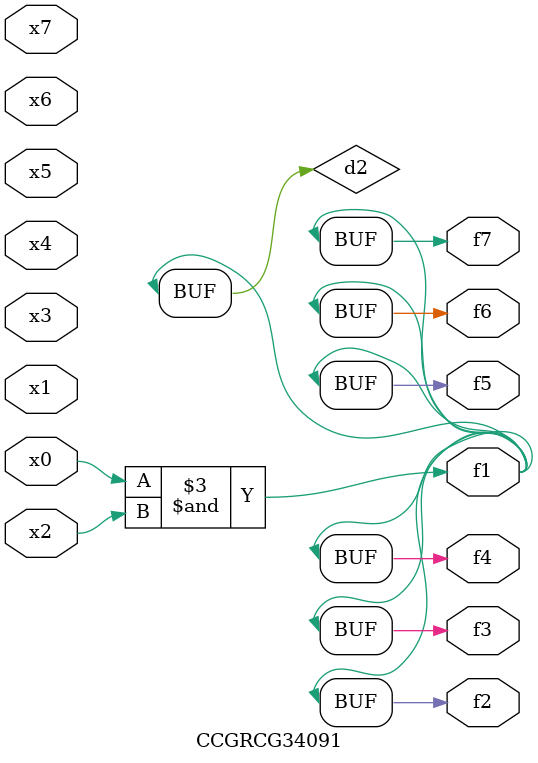
<source format=v>
module CCGRCG34091(
	input x0, x1, x2, x3, x4, x5, x6, x7,
	output f1, f2, f3, f4, f5, f6, f7
);

	wire d1, d2;

	nor (d1, x3, x6);
	and (d2, x0, x2);
	assign f1 = d2;
	assign f2 = d2;
	assign f3 = d2;
	assign f4 = d2;
	assign f5 = d2;
	assign f6 = d2;
	assign f7 = d2;
endmodule

</source>
